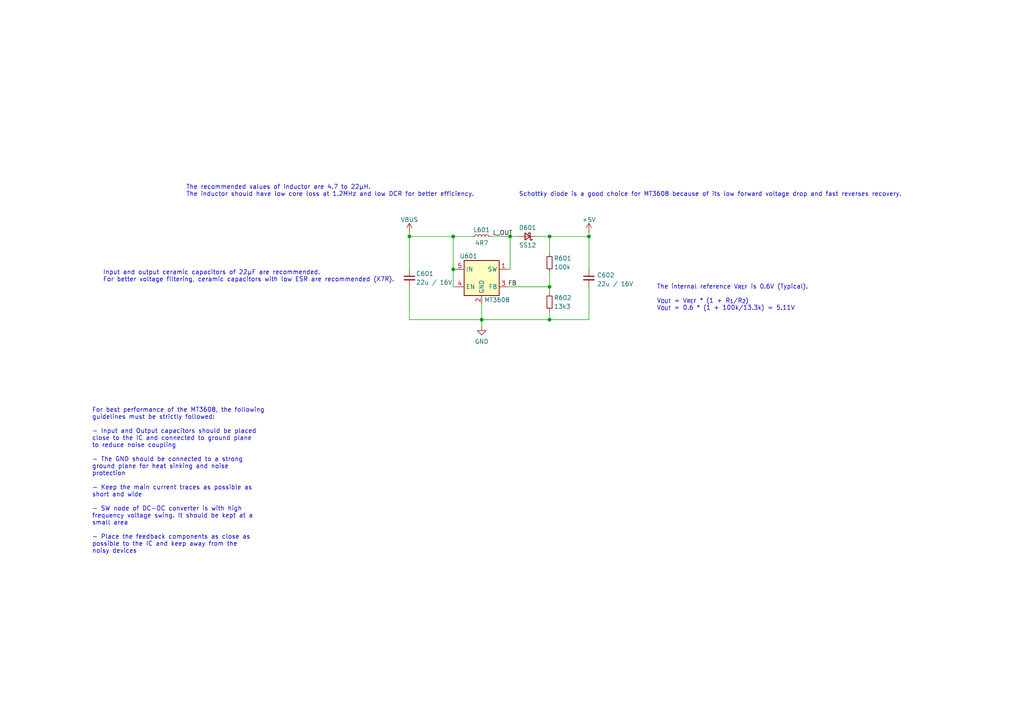
<source format=kicad_sch>
(kicad_sch (version 20211123) (generator eeschema)
  (paper "A4")
  (title_block (title "BoardGame") (date "2022-09-21") (rev "1"))
  (lib_symbols
    (symbol "Device:C_Small" (pin_numbers hide) (pin_names (offset 0.254) hide)
      (property "Reference" "C" (at 0.254 1.778 0))
      (property "Value" "C_Small" (at 0.254 -2.032 0))
      (symbol "C_Small_0_1"
        (polyline (pts (xy -1.524 -0.508) (xy 1.524 -0.508)) (stroke (width 0.3302)))
        (polyline (pts (xy -1.524 0.508) (xy 1.524 0.508)) (stroke (width 0.3048)))
      )
      (symbol "C_Small_1_1"
        (pin passive line (at 0 2.54 270) (length 2.032) (name "~") (number "1"))
        (pin passive line (at 0 -2.54 90) (length 2.032) (name "~") (number "2"))
      )
    )
    (symbol "Device:D_Schottky_Small" (pin_numbers hide) (pin_names (offset 0.254) hide)
      (property "Reference" "D" (at -1.27 2.032 0))
      (property "Value" "D_Schottky_Small" (at -7.112 -2.032 0))
      (symbol "D_Schottky_Small_0_1"
        (polyline (pts (xy -0.762 0) (xy 0.762 0)))
        (polyline (pts (xy 0.762 -1.016) (xy -0.762 0) (xy 0.762 1.016) (xy 0.762 -1.016)) (stroke (width 0.254)))
        (polyline (pts (xy -1.27 0.762) (xy -1.27 1.016) (xy -0.762 1.016) (xy -0.762 -1.016) (xy -0.254 -1.016) (xy -0.254 -0.762)) (stroke (width 0.254)))
      )
      (symbol "D_Schottky_Small_1_1"
        (pin passive line (at -2.54 0 0) (length 1.778) (name "K") (number "1"))
        (pin passive line (at 2.54 0 180) (length 1.778) (name "A") (number "2"))
      )
    )
    (symbol "Device:L_Small" (pin_numbers hide) (pin_names (offset 0.254) hide)
      (property "Reference" "L" (at 0.762 1.016 0))
      (property "Value" "L_Small" (at 0.762 -1.016 0))
      (symbol "L_Small_0_1"
        (arc (start 0 -2.032) (mid 0.508 -1.524) (end 0 -1.016))
        (arc (start 0 -1.016) (mid 0.508 -0.508) (end 0 0))
        (arc (start 0 0) (mid 0.508 0.508) (end 0 1.016))
        (arc (start 0 1.016) (mid 0.508 1.524) (end 0 2.032))
      )
      (symbol "L_Small_1_1"
        (pin passive line (at 0 2.54 270) (length 0.508) (name "~") (number "1"))
        (pin passive line (at 0 -2.54 90) (length 0.508) (name "~") (number "2"))
      )
    )
    (symbol "Device:R_Small" (pin_numbers hide) (pin_names (offset 0.254) hide)
      (property "Reference" "R" (at 0.762 0.508 0))
      (property "Value" "R_Small" (at 0.762 -1.016 0))
      (symbol "R_Small_0_1"
        (rectangle (start -0.762 1.778) (end 0.762 -1.778) (stroke (width 0.2032)))
      )
      (symbol "R_Small_1_1"
        (pin passive line (at 0 2.54 270) (length 0.762) (name "~") (number "1"))
        (pin passive line (at 0 -2.54 90) (length 0.762) (name "~") (number "2"))
      )
    )
    (symbol "Regulator_Switching:MT3608"
      (property "Reference" "U" (at -2.54 8.89 0))
      (property "Value" "MT3608" (at -3.81 6.35 0))
      (symbol "MT3608_0_1"
        (rectangle (start -5.08 5.08) (end 5.08 -5.08) (stroke (width 0.254)) (fill (type background)))
      )
      (symbol "MT3608_1_1"
        (pin passive line (at 7.62 2.54 180) (length 2.54) (name "SW") (number "1"))
        (pin power_in line (at 0 -7.62 90) (length 2.54) (name "GND") (number "2"))
        (pin input line (at 7.62 -2.54 180) (length 2.54) (name "FB") (number "3"))
        (pin input line (at -7.62 -2.54 0) (length 2.54) (name "EN") (number "4"))
        (pin power_in line (at -7.62 2.54 0) (length 2.54) (name "IN") (number "5"))
        (pin no_connect line (at 5.08 0 180) (length 2.54) hide (name "NC") (number "6"))
      )
    )
    (symbol "power:+5V" (power) (pin_names (offset 0))
      (property "Value" "+5V" (at 0 3.556 0))
      (symbol "+5V_0_1"
        (polyline (pts (xy -0.762 1.27) (xy 0 2.54)))
        (polyline (pts (xy 0 0) (xy 0 2.54)))
        (polyline (pts (xy 0 2.54) (xy 0.762 1.27)))
      )
      (symbol "+5V_1_1"
        (pin power_in line (at 0 0 90) (length 0) hide (name "+5V") (number "1"))
      )
    )
    (symbol "power:GND" (power) (pin_names (offset 0))
      (property "Value" "GND" (at 0 -3.81 0))
      (symbol "GND_0_1"
        (polyline (pts (xy 0 0) (xy 0 -1.27) (xy 1.27 -1.27) (xy 0 -2.54) (xy -1.27 -1.27) (xy 0 -1.27)))
      )
      (symbol "GND_1_1"
        (pin power_in line (at 0 0 270) (length 0) hide (name "GND") (number "1"))
      )
    )
    (symbol "power:VBUS" (power) (pin_names (offset 0))
      (property "Value" "VBUS" (at 0 3.81 0))
      (symbol "VBUS_0_1"
        (polyline (pts (xy -0.762 1.27) (xy 0 2.54)))
        (polyline (pts (xy 0 0) (xy 0 2.54)))
        (polyline (pts (xy 0 2.54) (xy 0.762 1.27)))
      )
      (symbol "VBUS_1_1"
        (pin power_in line (at 0 0 90) (length 0) hide (name "VBUS") (number "1"))
      )
    )
  )
  (junction (at 131.445 78.105))
  (junction (at 170.815 68.58))
  (junction (at 159.385 83.185))
  (junction (at 159.385 92.71))
  (junction (at 147.955 68.58))
  (junction (at 159.385 68.58))
  (junction (at 118.745 68.58))
  (junction (at 139.7 92.71))
  (junction (at 131.445 68.58))
  (wire (pts (xy 159.385 68.58) (xy 170.815 68.58)))
  (wire (pts (xy 159.385 83.185) (xy 159.385 85.09)))
  (wire (pts (xy 147.32 78.105) (xy 147.955 78.105)))
  (wire (pts (xy 170.815 67.31) (xy 170.815 68.58)))
  (wire (pts (xy 139.7 92.71) (xy 139.7 94.615)))
  (wire (pts (xy 118.745 92.71) (xy 118.745 83.185)))
  (wire (pts (xy 159.385 90.17) (xy 159.385 92.71)))
  (wire (pts (xy 131.445 83.185) (xy 132.08 83.185)))
  (wire (pts (xy 132.08 78.105) (xy 131.445 78.105)))
  (wire (pts (xy 131.445 78.105) (xy 131.445 68.58)))
  (wire (pts (xy 131.445 78.105) (xy 131.445 83.185)))
  (wire (pts (xy 118.745 68.58) (xy 118.745 78.105)))
  (wire (pts (xy 159.385 78.74) (xy 159.385 83.185)))
  (wire (pts (xy 159.385 68.58) (xy 159.385 73.66)))
  (wire (pts (xy 170.815 83.185) (xy 170.815 92.71)))
  (wire (pts (xy 159.385 92.71) (xy 170.815 92.71)))
  (wire (pts (xy 147.955 78.105) (xy 147.955 68.58)))
  (wire (pts (xy 131.445 68.58) (xy 137.16 68.58)))
  (wire (pts (xy 139.7 88.265) (xy 139.7 92.71)))
  (wire (pts (xy 147.955 68.58) (xy 150.495 68.58)))
  (wire (pts (xy 131.445 68.58) (xy 118.745 68.58)))
  (wire (pts (xy 159.385 92.71) (xy 139.7 92.71)))
  (wire (pts (xy 155.575 68.58) (xy 159.385 68.58)))
  (wire (pts (xy 147.32 83.185) (xy 159.385 83.185)))
  (wire (pts (xy 170.815 78.105) (xy 170.815 68.58)))
  (wire (pts (xy 118.745 67.31) (xy 118.745 68.58)))
  (wire (pts (xy 147.955 68.58) (xy 142.24 68.58)))
  (wire (pts (xy 139.7 92.71) (xy 118.745 92.71)))
  (text "Input and output ceramic capacitors of 22μF are recommended.\nFor better voltage filtering, ceramic capacitors with low ESR are recommended (X7R)." (at 29.845 81.915 0) (effects (font (size 1.27 1.27)) (justify left bottom)))
  (text "Schottky diode is a good choice for MT3608 because of its low forward voltage drop and fast reverses recovery." (at 150.495 57.15 0) (effects (font (size 1.27 1.27)) (justify left bottom)))
  (text "For best performance of the MT3608, the following\nguidelines must be strictly followed:\n\n- Input and Output capacitors should be placed\nclose to the IC and connected to ground plane\nto reduce noise coupling\n\n- The GND should be connected to a strong\nground plane for heat sinking and noise\nprotection\n\n- Keep the main current traces as possible as\nshort and wide\n\n- SW node of DC-DC converter is with high\nfrequency voltage swing. It should be kept at a\nsmall area\n\n- Place the feedback components as close as\npossible to the IC and keep away from the\nnoisy devices" (at 26.67 160.655 0) (effects (font (size 1.27 1.27)) (justify left bottom)))
  (text "The recommended values of inductor are 4.7 to 22μH.\nThe inductor should have low core loss at 1.2MHz and low DCR for better efficiency." (at 53.975 57.15 0) (effects (font (size 1.27 1.27)) (justify left bottom)))
  (text "The internal reference V_{REF} is 0.6V (Typical).\n\nV_{OUT} = V_{REF} * (1 + R_{1}/R_{2})\nV_{OUT} = 0.6 * (1 + 100k/13.3k) = 5.11V" (at 190.5 90.17 0) (effects (font (size 1.27 1.27)) (justify left bottom)))
  (label "L_OUT" (at 142.875 68.58 0))
  (label "FB" (at 147.32 83.185 0))
  (symbol (lib_id "Regulator_Switching:MT3608") (at 139.7 80.645 0) (unit 1)
    (property "Reference" "U601" (at 135.89 74.295 0))
    (property "Value" "MT3608" (at 144.145 86.995 0))
    (property "Footprint" "Package_TO_SOT_SMD:SOT-23-6" (effects hide))
    (property "Datasheet" "https://www.olimex.com/Products/Breadboarding/BB-PWR-3608/resources/MT3608.pdf" (effects hide))
    (property "JLCPCB Part #" "C2932326" (effects hide))
    (property "U labosu?" "da" (effects hide))
  )
  (symbol (lib_id "Device:R_Small") (at 159.385 87.63 0) (unit 1)
    (property "Reference" "R602" (at 160.655 86.36 0) (effects (justify left)))
    (property "Value" "13k3" (at 160.655 88.9 0) (effects (justify left)))
    (property "Footprint" "Resistor_SMD:R_0603_1608Metric" (effects hide))
    (property "JLCPCB Part #" "C185373" (effects hide))
    (property "U labosu?" "ne" (effects hide))
  )
  (symbol (lib_id "power:+5V") (at 170.815 67.31 0) (unit 1)
    (property "Reference" "#PWR0602" (effects hide))
    (property "Value" "+5V" (at 170.815 63.7342 0))
  )
  (symbol (lib_id "power:VBUS") (at 118.745 67.31 0) (unit 1)
    (property "Reference" "#PWR0601" (effects hide))
    (property "Value" "VBUS" (at 118.745 63.7342 0))
  )
  (symbol (lib_id "Device:D_Schottky_Small") (at 153.035 68.58 180) (unit 1)
    (property "Reference" "D601" (at 153.035 66.04 0))
    (property "Value" "SS12" (at 153.035 71.12 0))
    (property "Footprint" "Diode_SMD:D_SMA" (effects hide))
    (property "JLCPCB Part #" "C2985002" (effects hide))
    (property "U labosu?" "ne" (effects hide))
  )
  (symbol (lib_id "Device:R_Small") (at 159.385 76.2 0) (unit 1)
    (property "Reference" "R601" (at 160.655 74.93 0) (effects (justify left)))
    (property "Value" "100k" (at 160.655 77.47 0) (effects (justify left)))
    (property "Footprint" "Resistor_SMD:R_0603_1608Metric" (effects hide))
    (property "U labosu?" "da" (effects hide))
  )
  (symbol (lib_id "Device:C_Small") (at 118.745 80.645 0) (unit 1)
    (property "Reference" "C601" (at 120.65 79.375 0) (effects (justify left)))
    (property "Value" "22u / 16V" (at 120.65 81.915 0) (effects (justify left)))
    (property "Footprint" "Capacitor_SMD:C_1210_3225Metric" (effects hide))
    (property "JLCPCB Part #" "C337451" (effects hide))
    (property "U labosu?" "ne" (effects hide))
  )
  (symbol (lib_id "Device:L_Small") (at 139.7 68.58 90) (unit 1)
    (property "Reference" "L601" (at 139.7 66.675 90))
    (property "Value" "4R7" (at 139.7 70.485 90))
    (property "Footprint" "Footprints:Inductor_4mm(5x5mm pads)" (effects hide))
    (property "U labosu?" "da" (effects hide))
  )
  (symbol (lib_id "Device:C_Small") (at 170.815 80.645 0) (unit 1)
    (property "Reference" "C602" (at 173.1391 79.8166 0) (effects (justify left)))
    (property "Value" "22u / 16V" (at 173.1391 82.3535 0) (effects (justify left)))
    (property "Footprint" "Capacitor_SMD:C_1210_3225Metric" (effects hide))
    (property "JLCPCB Part #" "C337451" (effects hide))
    (property "U labosu?" "ne" (effects hide))
  )
  (symbol (lib_id "power:GND") (at 139.7 94.615 0) (unit 1)
    (property "Reference" "#PWR0603" (effects hide))
    (property "Value" "GND" (at 139.7 99.0584 0))
  )
)
</source>
